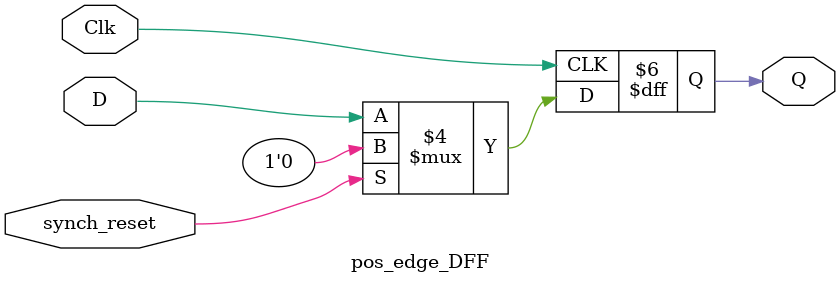
<source format=v>
`timescale 1ns / 1ps


module pos_edge_DFF(Q, D, synch_reset, Clk);

    output Q;
    input D, Clk;
    input synch_reset;
    reg Q;
    
    always @ (posedge Clk)
    begin
    if (synch_reset ==1'b1)
        Q<= 1'b0;
       else
        Q<=D;
    end
        
endmodule

</source>
